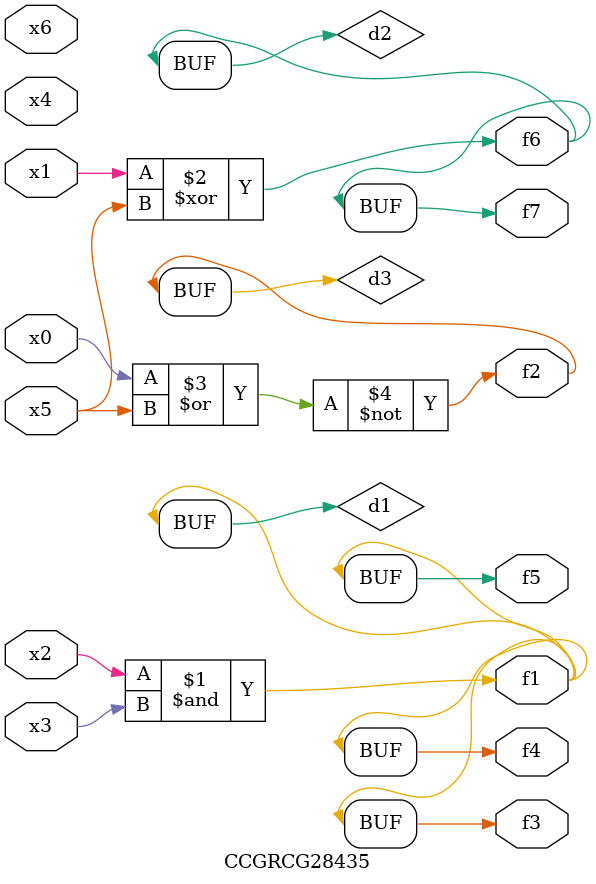
<source format=v>
module CCGRCG28435(
	input x0, x1, x2, x3, x4, x5, x6,
	output f1, f2, f3, f4, f5, f6, f7
);

	wire d1, d2, d3;

	and (d1, x2, x3);
	xor (d2, x1, x5);
	nor (d3, x0, x5);
	assign f1 = d1;
	assign f2 = d3;
	assign f3 = d1;
	assign f4 = d1;
	assign f5 = d1;
	assign f6 = d2;
	assign f7 = d2;
endmodule

</source>
